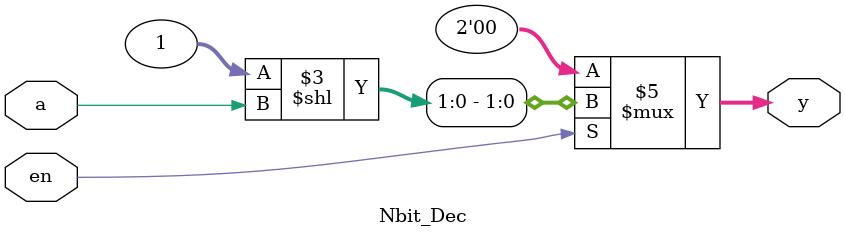
<source format=v>

module Nbit_Dec
  #(parameter N=1)
  (
  input [N-1:0]a,
  input en,
  output reg [2**N-1:0]y
);

always @(*) begin
  if(en==0) begin
    y=0;
  end else begin
    y=(1<<a);  
  end
end

endmodule
</source>
